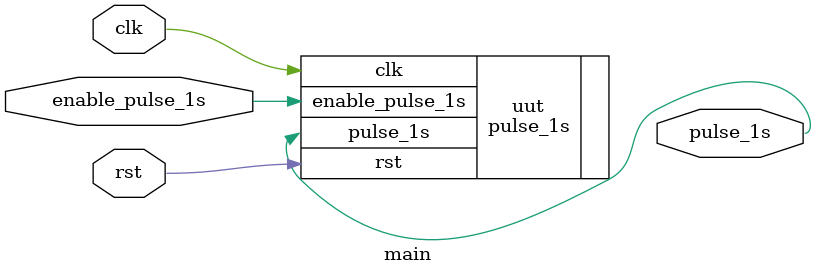
<source format=v>
module main (
    input clk, rst,
    input enable_pulse_1s,
    output reg pulse_1s
);
    
    pulse_1s uut (
        .clk(clk), 
        .enable_pulse_1s(enable_pulse_1s), 
        .rst(rst), 
        .pulse_1s(pulse_1s)
    );

endmodule
</source>
